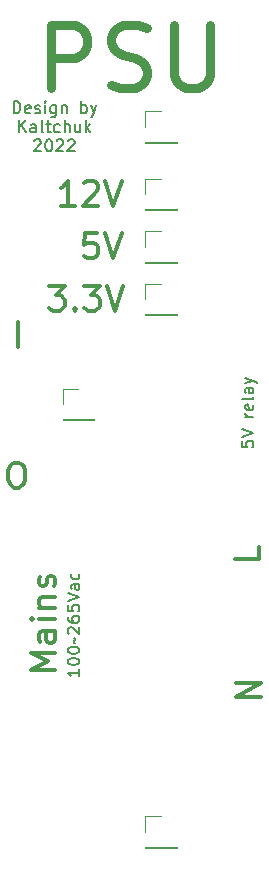
<source format=gbr>
%TF.GenerationSoftware,KiCad,Pcbnew,(6.0.4)*%
%TF.CreationDate,2022-06-04T07:29:06+03:00*%
%TF.ProjectId,PSU2_frontal,50535532-5f66-4726-9f6e-74616c2e6b69,rev?*%
%TF.SameCoordinates,Original*%
%TF.FileFunction,Legend,Top*%
%TF.FilePolarity,Positive*%
%FSLAX46Y46*%
G04 Gerber Fmt 4.6, Leading zero omitted, Abs format (unit mm)*
G04 Created by KiCad (PCBNEW (6.0.4)) date 2022-06-04 07:29:06*
%MOMM*%
%LPD*%
G01*
G04 APERTURE LIST*
%ADD10C,0.330200*%
%ADD11C,0.150000*%
%ADD12C,0.787400*%
%ADD13C,0.120000*%
G04 APERTURE END LIST*
D10*
X117138208Y-72011419D02*
X116146398Y-72011419D01*
X116047217Y-73003228D01*
X116146398Y-72904047D01*
X116344760Y-72804866D01*
X116840665Y-72804866D01*
X117039027Y-72904047D01*
X117138208Y-73003228D01*
X117237389Y-73201590D01*
X117237389Y-73697495D01*
X117138208Y-73895857D01*
X117039027Y-73995038D01*
X116840665Y-74094219D01*
X116344760Y-74094219D01*
X116146398Y-73995038D01*
X116047217Y-73895857D01*
X117832474Y-72011419D02*
X118526741Y-74094219D01*
X119221008Y-72011419D01*
D11*
X110085619Y-61834380D02*
X110085619Y-60834380D01*
X110323714Y-60834380D01*
X110466571Y-60882000D01*
X110561809Y-60977238D01*
X110609428Y-61072476D01*
X110657047Y-61262952D01*
X110657047Y-61405809D01*
X110609428Y-61596285D01*
X110561809Y-61691523D01*
X110466571Y-61786761D01*
X110323714Y-61834380D01*
X110085619Y-61834380D01*
X111466571Y-61786761D02*
X111371333Y-61834380D01*
X111180857Y-61834380D01*
X111085619Y-61786761D01*
X111038000Y-61691523D01*
X111038000Y-61310571D01*
X111085619Y-61215333D01*
X111180857Y-61167714D01*
X111371333Y-61167714D01*
X111466571Y-61215333D01*
X111514190Y-61310571D01*
X111514190Y-61405809D01*
X111038000Y-61501047D01*
X111895142Y-61786761D02*
X111990380Y-61834380D01*
X112180857Y-61834380D01*
X112276095Y-61786761D01*
X112323714Y-61691523D01*
X112323714Y-61643904D01*
X112276095Y-61548666D01*
X112180857Y-61501047D01*
X112038000Y-61501047D01*
X111942761Y-61453428D01*
X111895142Y-61358190D01*
X111895142Y-61310571D01*
X111942761Y-61215333D01*
X112038000Y-61167714D01*
X112180857Y-61167714D01*
X112276095Y-61215333D01*
X112752285Y-61834380D02*
X112752285Y-61167714D01*
X112752285Y-60834380D02*
X112704666Y-60882000D01*
X112752285Y-60929619D01*
X112799904Y-60882000D01*
X112752285Y-60834380D01*
X112752285Y-60929619D01*
X113657047Y-61167714D02*
X113657047Y-61977238D01*
X113609428Y-62072476D01*
X113561809Y-62120095D01*
X113466571Y-62167714D01*
X113323714Y-62167714D01*
X113228476Y-62120095D01*
X113657047Y-61786761D02*
X113561809Y-61834380D01*
X113371333Y-61834380D01*
X113276095Y-61786761D01*
X113228476Y-61739142D01*
X113180857Y-61643904D01*
X113180857Y-61358190D01*
X113228476Y-61262952D01*
X113276095Y-61215333D01*
X113371333Y-61167714D01*
X113561809Y-61167714D01*
X113657047Y-61215333D01*
X114133238Y-61167714D02*
X114133238Y-61834380D01*
X114133238Y-61262952D02*
X114180857Y-61215333D01*
X114276095Y-61167714D01*
X114418952Y-61167714D01*
X114514190Y-61215333D01*
X114561809Y-61310571D01*
X114561809Y-61834380D01*
X115799904Y-61834380D02*
X115799904Y-60834380D01*
X115799904Y-61215333D02*
X115895142Y-61167714D01*
X116085619Y-61167714D01*
X116180857Y-61215333D01*
X116228476Y-61262952D01*
X116276095Y-61358190D01*
X116276095Y-61643904D01*
X116228476Y-61739142D01*
X116180857Y-61786761D01*
X116085619Y-61834380D01*
X115895142Y-61834380D01*
X115799904Y-61786761D01*
X116609428Y-61167714D02*
X116847523Y-61834380D01*
X117085619Y-61167714D02*
X116847523Y-61834380D01*
X116752285Y-62072476D01*
X116704666Y-62120095D01*
X116609428Y-62167714D01*
X110538000Y-63444380D02*
X110538000Y-62444380D01*
X111109428Y-63444380D02*
X110680857Y-62872952D01*
X111109428Y-62444380D02*
X110538000Y-63015809D01*
X111966571Y-63444380D02*
X111966571Y-62920571D01*
X111918952Y-62825333D01*
X111823714Y-62777714D01*
X111633238Y-62777714D01*
X111538000Y-62825333D01*
X111966571Y-63396761D02*
X111871333Y-63444380D01*
X111633238Y-63444380D01*
X111538000Y-63396761D01*
X111490380Y-63301523D01*
X111490380Y-63206285D01*
X111538000Y-63111047D01*
X111633238Y-63063428D01*
X111871333Y-63063428D01*
X111966571Y-63015809D01*
X112585619Y-63444380D02*
X112490380Y-63396761D01*
X112442761Y-63301523D01*
X112442761Y-62444380D01*
X112823714Y-62777714D02*
X113204666Y-62777714D01*
X112966571Y-62444380D02*
X112966571Y-63301523D01*
X113014190Y-63396761D01*
X113109428Y-63444380D01*
X113204666Y-63444380D01*
X113966571Y-63396761D02*
X113871333Y-63444380D01*
X113680857Y-63444380D01*
X113585619Y-63396761D01*
X113538000Y-63349142D01*
X113490380Y-63253904D01*
X113490380Y-62968190D01*
X113538000Y-62872952D01*
X113585619Y-62825333D01*
X113680857Y-62777714D01*
X113871333Y-62777714D01*
X113966571Y-62825333D01*
X114395142Y-63444380D02*
X114395142Y-62444380D01*
X114823714Y-63444380D02*
X114823714Y-62920571D01*
X114776095Y-62825333D01*
X114680857Y-62777714D01*
X114538000Y-62777714D01*
X114442761Y-62825333D01*
X114395142Y-62872952D01*
X115728476Y-62777714D02*
X115728476Y-63444380D01*
X115299904Y-62777714D02*
X115299904Y-63301523D01*
X115347523Y-63396761D01*
X115442761Y-63444380D01*
X115585619Y-63444380D01*
X115680857Y-63396761D01*
X115728476Y-63349142D01*
X116204666Y-63444380D02*
X116204666Y-62444380D01*
X116299904Y-63063428D02*
X116585619Y-63444380D01*
X116585619Y-62777714D02*
X116204666Y-63158666D01*
X111823714Y-64149619D02*
X111871333Y-64102000D01*
X111966571Y-64054380D01*
X112204666Y-64054380D01*
X112299904Y-64102000D01*
X112347523Y-64149619D01*
X112395142Y-64244857D01*
X112395142Y-64340095D01*
X112347523Y-64482952D01*
X111776095Y-65054380D01*
X112395142Y-65054380D01*
X113014190Y-64054380D02*
X113109428Y-64054380D01*
X113204666Y-64102000D01*
X113252285Y-64149619D01*
X113299904Y-64244857D01*
X113347523Y-64435333D01*
X113347523Y-64673428D01*
X113299904Y-64863904D01*
X113252285Y-64959142D01*
X113204666Y-65006761D01*
X113109428Y-65054380D01*
X113014190Y-65054380D01*
X112918952Y-65006761D01*
X112871333Y-64959142D01*
X112823714Y-64863904D01*
X112776095Y-64673428D01*
X112776095Y-64435333D01*
X112823714Y-64244857D01*
X112871333Y-64149619D01*
X112918952Y-64102000D01*
X113014190Y-64054380D01*
X113728476Y-64149619D02*
X113776095Y-64102000D01*
X113871333Y-64054380D01*
X114109428Y-64054380D01*
X114204666Y-64102000D01*
X114252285Y-64149619D01*
X114299904Y-64244857D01*
X114299904Y-64340095D01*
X114252285Y-64482952D01*
X113680857Y-65054380D01*
X114299904Y-65054380D01*
X114680857Y-64149619D02*
X114728476Y-64102000D01*
X114823714Y-64054380D01*
X115061809Y-64054380D01*
X115157047Y-64102000D01*
X115204666Y-64149619D01*
X115252285Y-64244857D01*
X115252285Y-64340095D01*
X115204666Y-64482952D01*
X114633238Y-65054380D01*
X115252285Y-65054380D01*
D10*
X113099608Y-76456419D02*
X114388960Y-76456419D01*
X113694693Y-77249866D01*
X113992236Y-77249866D01*
X114190598Y-77349047D01*
X114289779Y-77448228D01*
X114388960Y-77646590D01*
X114388960Y-78142495D01*
X114289779Y-78340857D01*
X114190598Y-78440038D01*
X113992236Y-78539219D01*
X113397150Y-78539219D01*
X113198789Y-78440038D01*
X113099608Y-78340857D01*
X115281589Y-78340857D02*
X115380770Y-78440038D01*
X115281589Y-78539219D01*
X115182408Y-78440038D01*
X115281589Y-78340857D01*
X115281589Y-78539219D01*
X116075036Y-76456419D02*
X117364389Y-76456419D01*
X116670122Y-77249866D01*
X116967665Y-77249866D01*
X117166027Y-77349047D01*
X117265208Y-77448228D01*
X117364389Y-77646590D01*
X117364389Y-78142495D01*
X117265208Y-78340857D01*
X117166027Y-78440038D01*
X116967665Y-78539219D01*
X116372579Y-78539219D01*
X116174217Y-78440038D01*
X116075036Y-78340857D01*
X117959474Y-76456419D02*
X118653741Y-78539219D01*
X119348008Y-76456419D01*
X130863219Y-98583991D02*
X130863219Y-99575801D01*
X128780419Y-99575801D01*
D11*
X129373380Y-89612214D02*
X129373380Y-90088404D01*
X129849571Y-90136023D01*
X129801952Y-90088404D01*
X129754333Y-89993166D01*
X129754333Y-89755071D01*
X129801952Y-89659833D01*
X129849571Y-89612214D01*
X129944809Y-89564595D01*
X130182904Y-89564595D01*
X130278142Y-89612214D01*
X130325761Y-89659833D01*
X130373380Y-89755071D01*
X130373380Y-89993166D01*
X130325761Y-90088404D01*
X130278142Y-90136023D01*
X129373380Y-89278880D02*
X130373380Y-88945547D01*
X129373380Y-88612214D01*
X130373380Y-87516976D02*
X129706714Y-87516976D01*
X129897190Y-87516976D02*
X129801952Y-87469357D01*
X129754333Y-87421738D01*
X129706714Y-87326500D01*
X129706714Y-87231261D01*
X130325761Y-86516976D02*
X130373380Y-86612214D01*
X130373380Y-86802690D01*
X130325761Y-86897928D01*
X130230523Y-86945547D01*
X129849571Y-86945547D01*
X129754333Y-86897928D01*
X129706714Y-86802690D01*
X129706714Y-86612214D01*
X129754333Y-86516976D01*
X129849571Y-86469357D01*
X129944809Y-86469357D01*
X130040047Y-86945547D01*
X130373380Y-85897928D02*
X130325761Y-85993166D01*
X130230523Y-86040785D01*
X129373380Y-86040785D01*
X130373380Y-85088404D02*
X129849571Y-85088404D01*
X129754333Y-85136023D01*
X129706714Y-85231261D01*
X129706714Y-85421738D01*
X129754333Y-85516976D01*
X130325761Y-85088404D02*
X130373380Y-85183642D01*
X130373380Y-85421738D01*
X130325761Y-85516976D01*
X130230523Y-85564595D01*
X130135285Y-85564595D01*
X130040047Y-85516976D01*
X129992428Y-85421738D01*
X129992428Y-85183642D01*
X129944809Y-85088404D01*
X129706714Y-84707452D02*
X130373380Y-84469357D01*
X129706714Y-84231261D02*
X130373380Y-84469357D01*
X130611476Y-84564595D01*
X130659095Y-84612214D01*
X130706714Y-84707452D01*
X115641380Y-108917904D02*
X115641380Y-109489333D01*
X115641380Y-109203619D02*
X114641380Y-109203619D01*
X114784238Y-109298857D01*
X114879476Y-109394095D01*
X114927095Y-109489333D01*
X114641380Y-108298857D02*
X114641380Y-108203619D01*
X114689000Y-108108380D01*
X114736619Y-108060761D01*
X114831857Y-108013142D01*
X115022333Y-107965523D01*
X115260428Y-107965523D01*
X115450904Y-108013142D01*
X115546142Y-108060761D01*
X115593761Y-108108380D01*
X115641380Y-108203619D01*
X115641380Y-108298857D01*
X115593761Y-108394095D01*
X115546142Y-108441714D01*
X115450904Y-108489333D01*
X115260428Y-108536952D01*
X115022333Y-108536952D01*
X114831857Y-108489333D01*
X114736619Y-108441714D01*
X114689000Y-108394095D01*
X114641380Y-108298857D01*
X114641380Y-107346476D02*
X114641380Y-107251238D01*
X114689000Y-107156000D01*
X114736619Y-107108380D01*
X114831857Y-107060761D01*
X115022333Y-107013142D01*
X115260428Y-107013142D01*
X115450904Y-107060761D01*
X115546142Y-107108380D01*
X115593761Y-107156000D01*
X115641380Y-107251238D01*
X115641380Y-107346476D01*
X115593761Y-107441714D01*
X115546142Y-107489333D01*
X115450904Y-107536952D01*
X115260428Y-107584571D01*
X115022333Y-107584571D01*
X114831857Y-107536952D01*
X114736619Y-107489333D01*
X114689000Y-107441714D01*
X114641380Y-107346476D01*
X115260428Y-106727428D02*
X115212809Y-106679809D01*
X115165190Y-106584571D01*
X115260428Y-106394095D01*
X115212809Y-106298857D01*
X115165190Y-106251238D01*
X114736619Y-105917904D02*
X114689000Y-105870285D01*
X114641380Y-105775047D01*
X114641380Y-105536952D01*
X114689000Y-105441714D01*
X114736619Y-105394095D01*
X114831857Y-105346476D01*
X114927095Y-105346476D01*
X115069952Y-105394095D01*
X115641380Y-105965523D01*
X115641380Y-105346476D01*
X114641380Y-104489333D02*
X114641380Y-104679809D01*
X114689000Y-104775047D01*
X114736619Y-104822666D01*
X114879476Y-104917904D01*
X115069952Y-104965523D01*
X115450904Y-104965523D01*
X115546142Y-104917904D01*
X115593761Y-104870285D01*
X115641380Y-104775047D01*
X115641380Y-104584571D01*
X115593761Y-104489333D01*
X115546142Y-104441714D01*
X115450904Y-104394095D01*
X115212809Y-104394095D01*
X115117571Y-104441714D01*
X115069952Y-104489333D01*
X115022333Y-104584571D01*
X115022333Y-104775047D01*
X115069952Y-104870285D01*
X115117571Y-104917904D01*
X115212809Y-104965523D01*
X114641380Y-103489333D02*
X114641380Y-103965523D01*
X115117571Y-104013142D01*
X115069952Y-103965523D01*
X115022333Y-103870285D01*
X115022333Y-103632190D01*
X115069952Y-103536952D01*
X115117571Y-103489333D01*
X115212809Y-103441714D01*
X115450904Y-103441714D01*
X115546142Y-103489333D01*
X115593761Y-103536952D01*
X115641380Y-103632190D01*
X115641380Y-103870285D01*
X115593761Y-103965523D01*
X115546142Y-104013142D01*
X114641380Y-103156000D02*
X115641380Y-102822666D01*
X114641380Y-102489333D01*
X115641380Y-101727428D02*
X115117571Y-101727428D01*
X115022333Y-101775047D01*
X114974714Y-101870285D01*
X114974714Y-102060761D01*
X115022333Y-102156000D01*
X115593761Y-101727428D02*
X115641380Y-101822666D01*
X115641380Y-102060761D01*
X115593761Y-102156000D01*
X115498523Y-102203619D01*
X115403285Y-102203619D01*
X115308047Y-102156000D01*
X115260428Y-102060761D01*
X115260428Y-101822666D01*
X115212809Y-101727428D01*
X115593761Y-100822666D02*
X115641380Y-100917904D01*
X115641380Y-101108380D01*
X115593761Y-101203619D01*
X115546142Y-101251238D01*
X115450904Y-101298857D01*
X115165190Y-101298857D01*
X115069952Y-101251238D01*
X115022333Y-101203619D01*
X114974714Y-101108380D01*
X114974714Y-100917904D01*
X115022333Y-100822666D01*
D10*
X113591219Y-108946647D02*
X111508419Y-108946647D01*
X112996133Y-108252380D01*
X111508419Y-107558114D01*
X113591219Y-107558114D01*
X113591219Y-105673676D02*
X112500228Y-105673676D01*
X112301866Y-105772857D01*
X112202685Y-105971219D01*
X112202685Y-106367942D01*
X112301866Y-106566304D01*
X113492038Y-105673676D02*
X113591219Y-105872038D01*
X113591219Y-106367942D01*
X113492038Y-106566304D01*
X113293676Y-106665485D01*
X113095314Y-106665485D01*
X112896952Y-106566304D01*
X112797771Y-106367942D01*
X112797771Y-105872038D01*
X112698590Y-105673676D01*
X113591219Y-104681866D02*
X112202685Y-104681866D01*
X111508419Y-104681866D02*
X111607600Y-104781047D01*
X111706780Y-104681866D01*
X111607600Y-104582685D01*
X111508419Y-104681866D01*
X111706780Y-104681866D01*
X112202685Y-103690057D02*
X113591219Y-103690057D01*
X112401047Y-103690057D02*
X112301866Y-103590876D01*
X112202685Y-103392514D01*
X112202685Y-103094971D01*
X112301866Y-102896609D01*
X112500228Y-102797428D01*
X113591219Y-102797428D01*
X113492038Y-101904800D02*
X113591219Y-101706438D01*
X113591219Y-101309714D01*
X113492038Y-101111352D01*
X113293676Y-101012171D01*
X113194495Y-101012171D01*
X112996133Y-101111352D01*
X112896952Y-101309714D01*
X112896952Y-101607257D01*
X112797771Y-101805619D01*
X112599409Y-101904800D01*
X112500228Y-101904800D01*
X112301866Y-101805619D01*
X112202685Y-101607257D01*
X112202685Y-101309714D01*
X112301866Y-101111352D01*
D12*
X113284000Y-59690000D02*
X113284000Y-54356000D01*
X115316000Y-54356000D01*
X115824000Y-54610000D01*
X116078000Y-54864000D01*
X116332000Y-55372000D01*
X116332000Y-56134000D01*
X116078000Y-56642000D01*
X115824000Y-56896000D01*
X115316000Y-57150000D01*
X113284000Y-57150000D01*
X118364000Y-59436000D02*
X119126000Y-59690000D01*
X120396000Y-59690000D01*
X120904000Y-59436000D01*
X121158000Y-59182000D01*
X121412000Y-58674000D01*
X121412000Y-58166000D01*
X121158000Y-57658000D01*
X120904000Y-57404000D01*
X120396000Y-57150000D01*
X119380000Y-56896000D01*
X118872000Y-56642000D01*
X118618000Y-56388000D01*
X118364000Y-55880000D01*
X118364000Y-55372000D01*
X118618000Y-54864000D01*
X118872000Y-54610000D01*
X119380000Y-54356000D01*
X120650000Y-54356000D01*
X121412000Y-54610000D01*
X123698000Y-54356000D02*
X123698000Y-58674000D01*
X123952000Y-59182000D01*
X124206000Y-59436000D01*
X124714000Y-59690000D01*
X125730000Y-59690000D01*
X126238000Y-59436000D01*
X126492000Y-59182000D01*
X126746000Y-58674000D01*
X126746000Y-54356000D01*
D10*
X130990219Y-111247706D02*
X128907419Y-111247706D01*
X130990219Y-110057534D01*
X128907419Y-110057534D01*
X110414465Y-81587219D02*
X110414465Y-79504419D01*
X115253770Y-69649219D02*
X114063598Y-69649219D01*
X114658684Y-69649219D02*
X114658684Y-67566419D01*
X114460322Y-67863961D01*
X114261960Y-68062323D01*
X114063598Y-68161504D01*
X116047217Y-67764780D02*
X116146398Y-67665600D01*
X116344760Y-67566419D01*
X116840665Y-67566419D01*
X117039027Y-67665600D01*
X117138208Y-67764780D01*
X117237389Y-67963142D01*
X117237389Y-68161504D01*
X117138208Y-68459047D01*
X115948036Y-69649219D01*
X117237389Y-69649219D01*
X117832474Y-67566419D02*
X118526741Y-69649219D01*
X119221008Y-67566419D01*
X110129017Y-91442419D02*
X110525741Y-91442419D01*
X110724103Y-91541600D01*
X110922465Y-91739961D01*
X111021646Y-92136685D01*
X111021646Y-92830952D01*
X110922465Y-93227676D01*
X110724103Y-93426038D01*
X110525741Y-93525219D01*
X110129017Y-93525219D01*
X109930655Y-93426038D01*
X109732293Y-93227676D01*
X109633112Y-92830952D01*
X109633112Y-92136685D01*
X109732293Y-91739961D01*
X109930655Y-91541600D01*
X110129017Y-91442419D01*
D13*
%TO.C,J10*%
X121225000Y-69977000D02*
X123885000Y-69977000D01*
X121225000Y-69977000D02*
X121225000Y-70037000D01*
X121225000Y-70037000D02*
X123885000Y-70037000D01*
X121225000Y-68707000D02*
X121225000Y-67377000D01*
X121225000Y-67377000D02*
X122555000Y-67377000D01*
X123885000Y-69977000D02*
X123885000Y-70037000D01*
%TO.C,J9*%
X114240000Y-85157000D02*
X115570000Y-85157000D01*
X114240000Y-86487000D02*
X114240000Y-85157000D01*
X116900000Y-87757000D02*
X116900000Y-87817000D01*
X114240000Y-87757000D02*
X114240000Y-87817000D01*
X114240000Y-87817000D02*
X116900000Y-87817000D01*
X114240000Y-87757000D02*
X116900000Y-87757000D01*
%TO.C,J17*%
X121225000Y-77597000D02*
X121225000Y-76267000D01*
X121225000Y-78927000D02*
X123885000Y-78927000D01*
X121225000Y-78867000D02*
X121225000Y-78927000D01*
X121225000Y-76267000D02*
X122555000Y-76267000D01*
X121225000Y-78867000D02*
X123885000Y-78867000D01*
X123885000Y-78867000D02*
X123885000Y-78927000D01*
X123885000Y-74422000D02*
X123885000Y-74482000D01*
X121225000Y-74422000D02*
X121225000Y-74482000D01*
X121225000Y-71822000D02*
X122555000Y-71822000D01*
X121225000Y-73152000D02*
X121225000Y-71822000D01*
X121225000Y-74482000D02*
X123885000Y-74482000D01*
X121225000Y-74422000D02*
X123885000Y-74422000D01*
%TO.C,J1*%
X123885000Y-64262000D02*
X123885000Y-64322000D01*
X121225000Y-62992000D02*
X121225000Y-61662000D01*
X121225000Y-64322000D02*
X123885000Y-64322000D01*
X121225000Y-64262000D02*
X121225000Y-64322000D01*
X121225000Y-64262000D02*
X123885000Y-64262000D01*
X121225000Y-61662000D02*
X122555000Y-61662000D01*
%TO.C,J2*%
X123885000Y-123952000D02*
X123885000Y-124012000D01*
X121225000Y-122682000D02*
X121225000Y-121352000D01*
X121225000Y-123952000D02*
X123885000Y-123952000D01*
X121225000Y-124012000D02*
X123885000Y-124012000D01*
X121225000Y-121352000D02*
X122555000Y-121352000D01*
X121225000Y-123952000D02*
X121225000Y-124012000D01*
%TD*%
M02*

</source>
